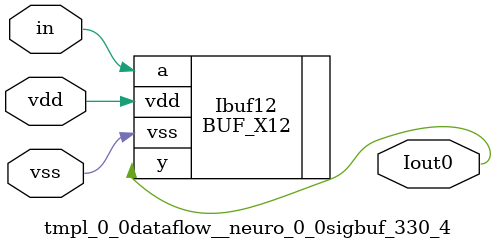
<source format=v>
module tmpl_0_0dataflow__neuro_0_0sigbuf_330_4(in, Iout0 , vdd, vss); 
   input vdd;
   input vss;
   input in;
   

// -- signals ---
   output Iout0 ;
   wire in;

// --- instances
BUF_X12 Ibuf12  (.y(Iout0 ), .a(in), .vdd(vdd), .vss(vss));
endmodule
</source>
